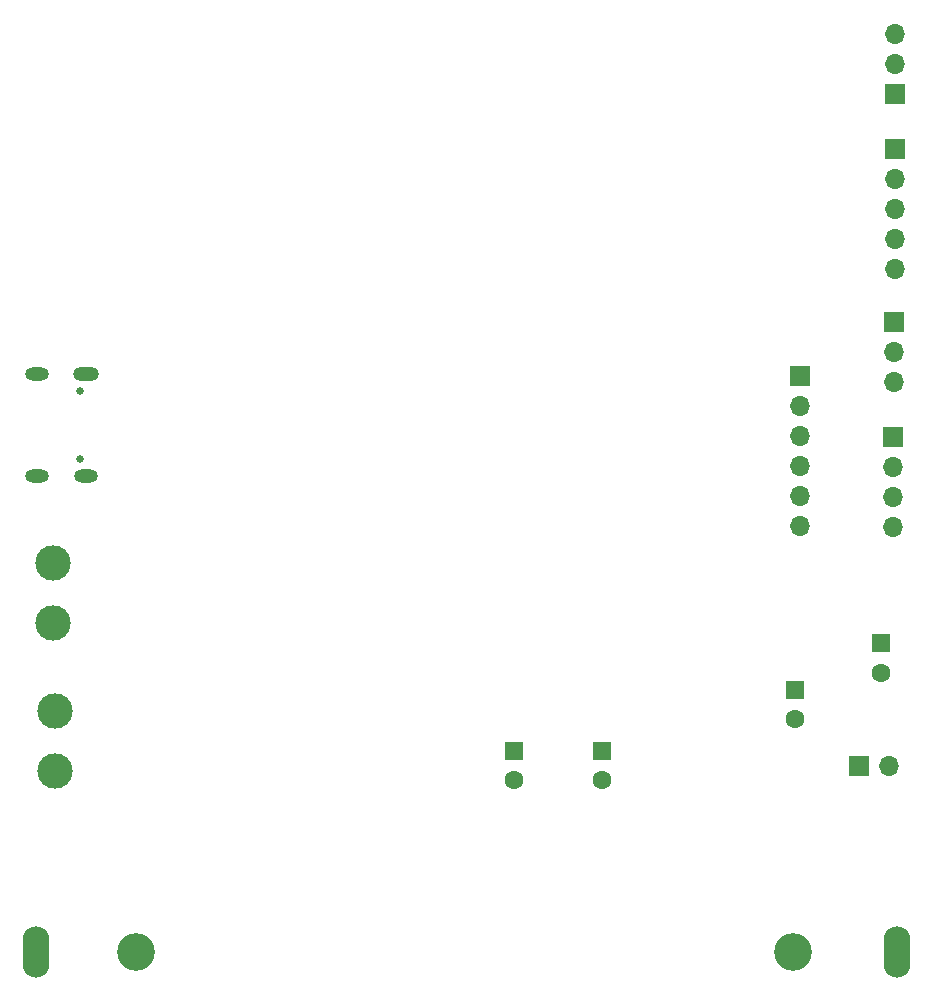
<source format=gbs>
G04 #@! TF.GenerationSoftware,KiCad,Pcbnew,7.0.8*
G04 #@! TF.CreationDate,2023-11-10T10:01:46+08:00*
G04 #@! TF.ProjectId,ESPCARproject,45535043-4152-4707-926f-6a6563742e6b,rev?*
G04 #@! TF.SameCoordinates,Original*
G04 #@! TF.FileFunction,Soldermask,Bot*
G04 #@! TF.FilePolarity,Negative*
%FSLAX46Y46*%
G04 Gerber Fmt 4.6, Leading zero omitted, Abs format (unit mm)*
G04 Created by KiCad (PCBNEW 7.0.8) date 2023-11-10 10:01:46*
%MOMM*%
%LPD*%
G01*
G04 APERTURE LIST*
%ADD10C,0.650000*%
%ADD11O,2.204000X1.204000*%
%ADD12O,2.004000X1.104000*%
%ADD13R,1.700000X1.700000*%
%ADD14O,1.700000X1.700000*%
%ADD15C,3.000000*%
%ADD16R,1.600000X1.600000*%
%ADD17C,1.600000*%
%ADD18C,3.200000*%
%ADD19O,2.274000X4.344000*%
G04 APERTURE END LIST*
D10*
X115180000Y-82105000D03*
X115180000Y-87885000D03*
D11*
X115660000Y-80670000D03*
D12*
X115660000Y-89320000D03*
X111480000Y-80670000D03*
X111480000Y-89320000D03*
D13*
X176120000Y-80790000D03*
D14*
X176120000Y-83330000D03*
X176120000Y-85870000D03*
X176120000Y-88410000D03*
X176120000Y-90950000D03*
X176120000Y-93490000D03*
X184190000Y-71755000D03*
X184190000Y-69215000D03*
X184190000Y-66675000D03*
X184190000Y-64135000D03*
D13*
X184190000Y-61595000D03*
D15*
X113007500Y-114295000D03*
X113007500Y-109215000D03*
D16*
X175730000Y-107370000D03*
D17*
X175730000Y-109870000D03*
D13*
X183980000Y-85980000D03*
D14*
X183980000Y-88520000D03*
X183980000Y-91060000D03*
X183980000Y-93600000D03*
D16*
X159350000Y-112550000D03*
D17*
X159350000Y-115050000D03*
D16*
X183000000Y-103460000D03*
D17*
X183000000Y-105960000D03*
D13*
X184120000Y-56957500D03*
D14*
X184120000Y-54417500D03*
X184120000Y-51877500D03*
D13*
X181110000Y-113820000D03*
D14*
X183650000Y-113820000D03*
D18*
X119895000Y-129630000D03*
X175510000Y-129630000D03*
D19*
X111400000Y-129630000D03*
X184300000Y-129630000D03*
D13*
X184100000Y-76260000D03*
D14*
X184100000Y-78800000D03*
X184100000Y-81340000D03*
D15*
X112907500Y-101705000D03*
X112907500Y-96625000D03*
D16*
X151910000Y-112550000D03*
D17*
X151910000Y-115050000D03*
M02*

</source>
